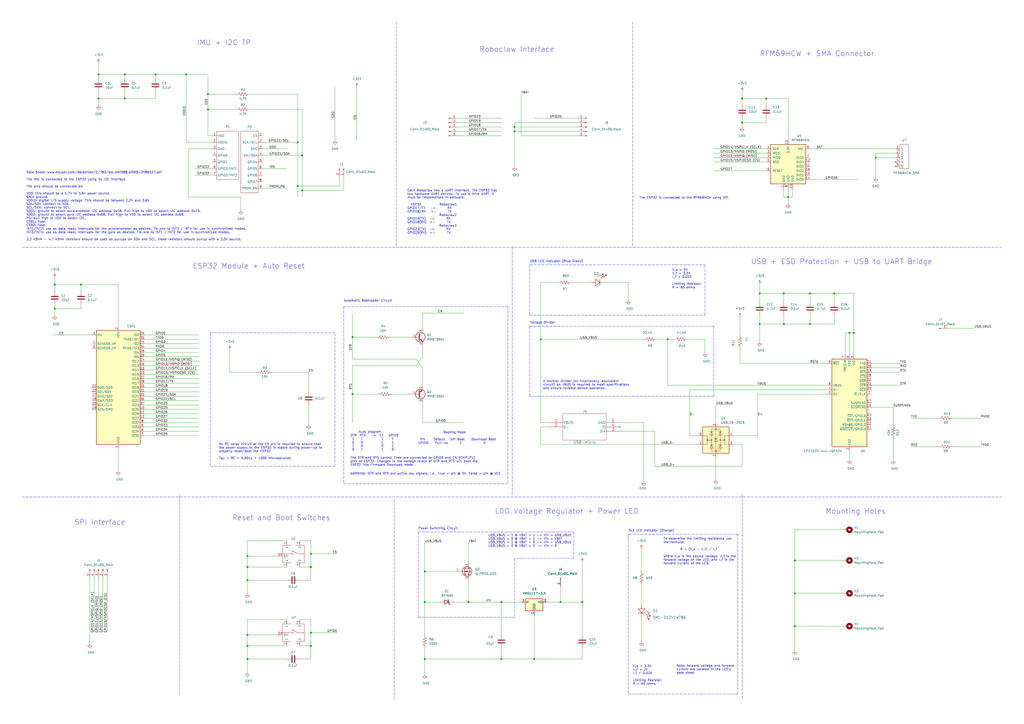
<source format=kicad_sch>
(kicad_sch (version 20211123) (generator eeschema)
  (paper "A2")
  (junction (at 31.75 179.07))
  (junction (at 204.47 195.58))
  (junction (at 180.34 321.31))
  (junction (at 298.45 76.2))
  (junction (at 495.3 193.04))
  (junction (at 175.26 90.17))
  (junction (at 172.72 107.95))
  (junction (at 90.17 43.18))
  (junction (at 440.69 170.18))
  (junction (at 430.53 57.15))
  (junction (at 143.51 374.65))
  (junction (at 46.99 165.1))
  (junction (at 313.69 196.85))
  (junction (at 57.15 57.15))
  (junction (at 72.39 43.18))
  (junction (at 469.9 187.96))
  (junction (at 454.66 170.18))
  (junction (at 444.5 57.15))
  (junction (at 31.75 165.1))
  (junction (at 57.15 43.18))
  (junction (at 180.34 328.93))
  (junction (at 143.51 328.93))
  (junction (at 120.65 63.5))
  (junction (at 180.34 374.65))
  (junction (at 107.95 43.18))
  (junction (at 271.78 349.25))
  (junction (at 246.38 382.27))
  (junction (at 457.2 114.3))
  (junction (at 143.51 336.55))
  (junction (at 469.9 170.18))
  (junction (at 120.65 54.61))
  (junction (at 461.01 325.12))
  (junction (at 172.72 82.55))
  (junction (at 72.39 57.15))
  (junction (at 454.66 187.96))
  (junction (at 309.88 382.27))
  (junction (at 246.38 349.25))
  (junction (at 143.51 322.58))
  (junction (at 204.47 228.6))
  (junction (at 461.01 344.17))
  (junction (at 325.12 349.25))
  (junction (at 387.35 196.85))
  (junction (at 492.76 193.04))
  (junction (at 337.82 349.25))
  (junction (at 290.83 349.25))
  (junction (at 290.83 382.27))
  (junction (at 440.69 187.96))
  (junction (at 143.51 368.3))
  (junction (at 508 91.44))
  (junction (at 175.26 110.49))
  (junction (at 143.51 382.27))
  (junction (at 246.38 331.47))
  (junction (at 461.01 363.22))
  (junction (at 298.45 73.66))
  (junction (at 483.87 170.18))
  (junction (at 180.34 367.03))
  (junction (at 430.53 71.12))
  (wire (pts (xy 245.11 213.36) (xy 245.11 223.52)))
  (wire (pts (xy 469.9 182.88) (xy 469.9 187.96)))
  (wire (pts (xy 372.11 318.77) (xy 372.11 331.47)))
  (wire (pts (xy 46.99 176.53) (xy 46.99 179.07)))
  (wire (pts (xy 302.26 78.74) (xy 335.28 78.74)))
  (wire (pts (xy 444.5 71.12) (xy 430.53 71.12)))
  (wire (pts (xy 152.4 82.55) (xy 172.72 82.55)))
  (wire (pts (xy 318.77 247.65) (xy 313.69 247.65)))
  (wire (pts (xy 372.11 339.09) (xy 372.11 349.25)))
  (polyline (pts (xy 298.45 323.85) (xy 298.45 358.14)))
  (wire (pts (xy 454.66 109.22) (xy 454.66 114.3)))
  (wire (pts (xy 488.95 363.22) (xy 461.01 363.22)))
  (wire (pts (xy 83.82 242.57) (xy 115.57 242.57)))
  (wire (pts (xy 199.39 110.49) (xy 175.26 110.49)))
  (wire (pts (xy 175.26 63.5) (xy 175.26 90.17)))
  (wire (pts (xy 83.82 196.85) (xy 115.57 196.85)))
  (wire (pts (xy 72.39 57.15) (xy 57.15 57.15)))
  (wire (pts (xy 180.34 321.31) (xy 180.34 328.93)))
  (wire (pts (xy 246.38 349.25) (xy 246.38 368.3)))
  (wire (pts (xy 144.78 54.61) (xy 172.72 54.61)))
  (wire (pts (xy 290.83 349.25) (xy 290.83 368.3)))
  (wire (pts (xy 255.27 349.25) (xy 246.38 349.25)))
  (polyline (pts (xy 121.92 270.51) (xy 194.31 270.51)))
  (wire (pts (xy 290.83 349.25) (xy 302.26 349.25)))
  (wire (pts (xy 31.75 165.1) (xy 46.99 165.1)))
  (wire (pts (xy 469.9 86.36) (xy 519.43 86.36)))
  (wire (pts (xy 62.23 335.28) (xy 62.23 367.03)))
  (wire (pts (xy 173.99 313.69) (xy 180.34 313.69)))
  (wire (pts (xy 505.46 210.82) (xy 521.97 210.82)))
  (wire (pts (xy 298.45 73.66) (xy 335.28 73.66)))
  (polyline (pts (xy 242.57 308.61) (xy 299.72 308.61)))
  (wire (pts (xy 337.82 326.39) (xy 337.82 349.25)))
  (wire (pts (xy 359.41 250.19) (xy 379.73 250.19)))
  (wire (pts (xy 46.99 179.07) (xy 31.75 179.07)))
  (wire (pts (xy 59.69 367.03) (xy 59.69 335.28)))
  (wire (pts (xy 400.05 252.73) (xy 400.05 226.06)))
  (wire (pts (xy 408.94 196.85) (xy 408.94 204.47)))
  (wire (pts (xy 107.95 43.18) (xy 90.17 43.18)))
  (wire (pts (xy 508 88.9) (xy 508 91.44)))
  (wire (pts (xy 83.82 245.11) (xy 115.57 245.11)))
  (polyline (pts (xy 12.7 288.29) (xy 581.66 288.29)))
  (polyline (pts (xy 332.74 323.85) (xy 298.45 323.85)))
  (wire (pts (xy 149.86 215.9) (xy 133.35 215.9)))
  (wire (pts (xy 31.75 179.07) (xy 31.75 182.88)))
  (wire (pts (xy 313.69 163.83) (xy 313.69 196.85)))
  (polyline (pts (xy 307.34 189.23) (xy 414.02 189.23)))
  (polyline (pts (xy 408.94 182.88) (xy 408.94 153.67)))
  (wire (pts (xy 83.82 217.17) (xy 115.57 217.17)))
  (wire (pts (xy 246.38 382.27) (xy 246.38 391.16)))
  (wire (pts (xy 90.17 43.18) (xy 72.39 43.18)))
  (wire (pts (xy 430.53 60.96) (xy 430.53 57.15)))
  (polyline (pts (xy 430.53 287.02) (xy 430.53 405.13)))
  (wire (pts (xy 528.32 242.57) (xy 544.83 242.57)))
  (polyline (pts (xy 229.87 12.7) (xy 229.87 143.51)))
  (wire (pts (xy 414.02 91.44) (xy 444.5 91.44)))
  (polyline (pts (xy 297.18 143.51) (xy 297.18 287.02)))
  (wire (pts (xy 457.2 57.15) (xy 457.2 81.28)))
  (polyline (pts (xy 298.45 358.14) (xy 297.18 358.14)))
  (wire (pts (xy 351.79 163.83) (xy 364.49 163.83)))
  (wire (pts (xy 461.01 363.22) (xy 461.01 377.19)))
  (wire (pts (xy 400.05 252.73) (xy 405.13 252.73)))
  (wire (pts (xy 440.69 175.26) (xy 440.69 170.18)))
  (wire (pts (xy 68.58 260.35) (xy 68.58 273.05)))
  (wire (pts (xy 298.45 73.66) (xy 298.45 76.2)))
  (wire (pts (xy 469.9 187.96) (xy 483.87 187.96)))
  (wire (pts (xy 152.4 109.22) (xy 166.37 109.22)))
  (wire (pts (xy 372.11 359.41) (xy 372.11 372.11)))
  (wire (pts (xy 271.78 336.55) (xy 271.78 349.25)))
  (wire (pts (xy 204.47 212.09) (xy 204.47 228.6)))
  (wire (pts (xy 57.15 36.83) (xy 57.15 43.18)))
  (wire (pts (xy 166.37 359.41) (xy 143.51 359.41)))
  (wire (pts (xy 83.82 204.47) (xy 115.57 204.47)))
  (wire (pts (xy 387.35 196.85) (xy 391.16 196.85)))
  (wire (pts (xy 107.95 82.55) (xy 123.19 82.55)))
  (wire (pts (xy 90.17 53.34) (xy 90.17 57.15)))
  (wire (pts (xy 313.69 163.83) (xy 323.85 163.83)))
  (wire (pts (xy 483.87 182.88) (xy 483.87 187.96)))
  (wire (pts (xy 440.69 182.88) (xy 440.69 187.96)))
  (wire (pts (xy 180.34 313.69) (xy 180.34 321.31)))
  (wire (pts (xy 83.82 252.73) (xy 115.57 252.73)))
  (wire (pts (xy 414.02 99.06) (xy 444.5 99.06)))
  (wire (pts (xy 400.05 226.06) (xy 480.06 226.06)))
  (wire (pts (xy 415.29 265.43) (xy 415.29 278.13)))
  (wire (pts (xy 109.22 86.36) (xy 123.19 86.36)))
  (wire (pts (xy 83.82 240.03) (xy 115.57 240.03)))
  (wire (pts (xy 83.82 194.31) (xy 115.57 194.31)))
  (wire (pts (xy 264.16 331.47) (xy 246.38 331.47)))
  (wire (pts (xy 457.2 114.3) (xy 457.2 118.11)))
  (wire (pts (xy 265.43 68.58) (xy 290.83 68.58)))
  (wire (pts (xy 444.5 57.15) (xy 444.5 60.96)))
  (wire (pts (xy 152.4 97.79) (xy 166.37 97.79)))
  (wire (pts (xy 46.99 165.1) (xy 46.99 168.91)))
  (wire (pts (xy 199.39 102.87) (xy 199.39 110.49)))
  (wire (pts (xy 143.51 328.93) (xy 143.51 336.55)))
  (polyline (pts (xy 427.99 309.88) (xy 364.49 309.88)))
  (polyline (pts (xy 242.57 308.61) (xy 242.57 358.14)))
  (wire (pts (xy 245.11 233.68) (xy 245.11 245.11)))
  (wire (pts (xy 109.22 114.3) (xy 139.7 114.3)))
  (wire (pts (xy 245.11 245.11) (xy 269.24 245.11)))
  (wire (pts (xy 495.3 193.04) (xy 495.3 170.18)))
  (wire (pts (xy 172.72 82.55) (xy 172.72 107.95)))
  (wire (pts (xy 173.99 374.65) (xy 180.34 374.65)))
  (wire (pts (xy 461.01 307.34) (xy 488.95 307.34)))
  (wire (pts (xy 492.76 261.62) (xy 492.76 266.7)))
  (wire (pts (xy 492.76 193.04) (xy 495.3 193.04)))
  (polyline (pts (xy 199.39 177.8) (xy 294.64 177.8)))
  (wire (pts (xy 166.37 336.55) (xy 143.51 336.55)))
  (wire (pts (xy 166.37 313.69) (xy 143.51 313.69)))
  (wire (pts (xy 144.78 63.5) (xy 175.26 63.5)))
  (wire (pts (xy 429.26 210.82) (xy 429.26 201.93)))
  (wire (pts (xy 373.38 245.11) (xy 359.41 245.11)))
  (polyline (pts (xy 121.92 193.04) (xy 194.31 193.04)))
  (wire (pts (xy 31.75 161.29) (xy 31.75 165.1)))
  (wire (pts (xy 488.95 344.17) (xy 461.01 344.17)))
  (wire (pts (xy 83.82 219.71) (xy 115.57 219.71)))
  (wire (pts (xy 31.75 176.53) (xy 31.75 179.07)))
  (wire (pts (xy 457.2 57.15) (xy 444.5 57.15)))
  (wire (pts (xy 173.99 382.27) (xy 180.34 382.27)))
  (wire (pts (xy 440.69 187.96) (xy 454.66 187.96)))
  (wire (pts (xy 72.39 45.72) (xy 72.39 43.18)))
  (wire (pts (xy 227.33 228.6) (xy 237.49 228.6)))
  (wire (pts (xy 490.22 205.74) (xy 490.22 193.04)))
  (wire (pts (xy 298.45 71.12) (xy 335.28 71.12)))
  (wire (pts (xy 107.95 43.18) (xy 107.95 82.55)))
  (wire (pts (xy 143.51 368.3) (xy 161.29 368.3)))
  (wire (pts (xy 180.34 321.31) (xy 195.58 321.31)))
  (wire (pts (xy 139.7 121.92) (xy 139.7 114.3)))
  (wire (pts (xy 313.69 257.81) (xy 313.69 247.65)))
  (wire (pts (xy 518.16 246.38) (xy 518.16 236.22)))
  (wire (pts (xy 373.38 279.4) (xy 373.38 245.11)))
  (polyline (pts (xy 414.02 229.87) (xy 307.34 229.87)))
  (wire (pts (xy 152.4 86.36) (xy 166.37 86.36)))
  (wire (pts (xy 457.2 109.22) (xy 457.2 114.3)))
  (polyline (pts (xy 414.02 189.23) (xy 414.02 229.87)))
  (wire (pts (xy 83.82 234.95) (xy 115.57 234.95)))
  (wire (pts (xy 429.26 184.15) (xy 429.26 194.31)))
  (wire (pts (xy 143.51 336.55) (xy 143.51 344.17)))
  (polyline (pts (xy 199.39 177.8) (xy 199.39 280.67)))
  (wire (pts (xy 152.4 90.17) (xy 175.26 90.17)))
  (wire (pts (xy 440.69 170.18) (xy 454.66 170.18)))
  (wire (pts (xy 83.82 237.49) (xy 115.57 237.49)))
  (wire (pts (xy 469.9 104.14) (xy 497.84 104.14)))
  (wire (pts (xy 271.78 314.96) (xy 271.78 326.39)))
  (wire (pts (xy 335.28 76.2) (xy 298.45 76.2)))
  (wire (pts (xy 318.77 245.11) (xy 313.69 245.11)))
  (wire (pts (xy 265.43 71.12) (xy 290.83 71.12)))
  (wire (pts (xy 120.65 43.18) (xy 120.65 54.61)))
  (wire (pts (xy 549.91 190.5) (xy 565.15 190.5)))
  (wire (pts (xy 246.38 314.96) (xy 246.38 331.47)))
  (polyline (pts (xy 332.74 308.61) (xy 332.74 323.85)))
  (wire (pts (xy 68.58 189.23) (xy 68.58 165.1)))
  (wire (pts (xy 495.3 205.74) (xy 495.3 193.04)))
  (wire (pts (xy 180.34 359.41) (xy 180.34 367.03)))
  (wire (pts (xy 72.39 43.18) (xy 57.15 43.18)))
  (wire (pts (xy 290.83 375.92) (xy 290.83 382.27)))
  (polyline (pts (xy 367.03 12.7) (xy 367.03 143.51)))
  (wire (pts (xy 68.58 165.1) (xy 46.99 165.1)))
  (wire (pts (xy 83.82 227.33) (xy 115.57 227.33)))
  (wire (pts (xy 204.47 228.6) (xy 219.71 228.6)))
  (wire (pts (xy 430.53 71.12) (xy 430.53 73.66)))
  (polyline (pts (xy 194.31 270.51) (xy 194.31 193.04)))
  (wire (pts (xy 398.78 196.85) (xy 408.94 196.85)))
  (wire (pts (xy 459.74 114.3) (xy 457.2 114.3)))
  (wire (pts (xy 57.15 57.15) (xy 57.15 60.96)))
  (wire (pts (xy 137.16 63.5) (xy 120.65 63.5)))
  (wire (pts (xy 298.45 71.12) (xy 298.45 73.66)))
  (wire (pts (xy 461.01 325.12) (xy 461.01 344.17)))
  (wire (pts (xy 143.51 313.69) (xy 143.51 322.58)))
  (polyline (pts (xy 242.57 358.14) (xy 297.18 358.14)))
  (wire (pts (xy 54.61 335.28) (xy 54.61 367.03)))
  (wire (pts (xy 241.3 212.09) (xy 245.11 207.01)))
  (wire (pts (xy 439.42 228.6) (xy 439.42 252.73)))
  (wire (pts (xy 143.51 322.58) (xy 143.51 328.93)))
  (wire (pts (xy 143.51 368.3) (xy 143.51 374.65)))
  (wire (pts (xy 302.26 54.61) (xy 302.26 78.74)))
  (polyline (pts (xy 104.14 287.02) (xy 104.14 403.86)))
  (wire (pts (xy 317.5 349.25) (xy 325.12 349.25)))
  (wire (pts (xy 226.06 195.58) (xy 237.49 195.58)))
  (wire (pts (xy 492.76 205.74) (xy 492.76 193.04)))
  (wire (pts (xy 313.69 196.85) (xy 373.38 196.85)))
  (wire (pts (xy 143.51 382.27) (xy 143.51 389.89)))
  (wire (pts (xy 245.11 181.61) (xy 245.11 190.5)))
  (wire (pts (xy 469.9 170.18) (xy 483.87 170.18)))
  (wire (pts (xy 454.66 114.3) (xy 457.2 114.3)))
  (wire (pts (xy 528.32 259.08) (xy 544.83 259.08)))
  (wire (pts (xy 430.53 57.15) (xy 444.5 57.15)))
  (polyline (pts (xy 299.72 308.61) (xy 332.74 308.61)))
  (wire (pts (xy 31.75 168.91) (xy 31.75 165.1)))
  (wire (pts (xy 439.42 228.6) (xy 480.06 228.6)))
  (wire (pts (xy 490.22 193.04) (xy 492.76 193.04)))
  (wire (pts (xy 173.99 336.55) (xy 180.34 336.55)))
  (wire (pts (xy 241.3 208.28) (xy 245.11 213.36)))
  (wire (pts (xy 83.82 250.19) (xy 115.57 250.19)))
  (wire (pts (xy 166.37 382.27) (xy 143.51 382.27)))
  (wire (pts (xy 83.82 222.25) (xy 115.57 222.25)))
  (wire (pts (xy 204.47 208.28) (xy 241.3 208.28)))
  (wire (pts (xy 414.02 86.36) (xy 444.5 86.36)))
  (wire (pts (xy 57.15 43.18) (xy 57.15 45.72)))
  (wire (pts (xy 459.74 109.22) (xy 459.74 114.3)))
  (wire (pts (xy 143.51 359.41) (xy 143.51 368.3)))
  (wire (pts (xy 430.53 53.34) (xy 430.53 57.15)))
  (wire (pts (xy 83.82 247.65) (xy 115.57 247.65)))
  (wire (pts (xy 180.34 374.65) (xy 180.34 382.27)))
  (wire (pts (xy 552.45 242.57) (xy 568.96 242.57)))
  (wire (pts (xy 241.3 212.09) (xy 204.47 212.09)))
  (wire (pts (xy 133.35 203.2) (xy 133.35 215.9)))
  (wire (pts (xy 180.34 367.03) (xy 195.58 367.03)))
  (wire (pts (xy 309.88 68.58) (xy 335.28 68.58)))
  (wire (pts (xy 157.48 215.9) (xy 179.07 215.9)))
  (wire (pts (xy 387.35 223.52) (xy 387.35 196.85)))
  (wire (pts (xy 265.43 76.2) (xy 290.83 76.2)))
  (wire (pts (xy 83.82 214.63) (xy 115.57 214.63)))
  (wire (pts (xy 519.43 91.44) (xy 508 91.44)))
  (wire (pts (xy 454.66 175.26) (xy 454.66 170.18)))
  (wire (pts (xy 57.15 367.03) (xy 57.15 335.28)))
  (wire (pts (xy 83.82 229.87) (xy 115.57 229.87)))
  (wire (pts (xy 325.12 349.25) (xy 337.82 349.25)))
  (polyline (pts (xy 294.64 280.67) (xy 199.39 280.67)))
  (wire (pts (xy 246.38 331.47) (xy 246.38 349.25)))
  (wire (pts (xy 414.02 93.98) (xy 444.5 93.98)))
  (wire (pts (xy 120.65 78.74) (xy 123.19 78.74)))
  (wire (pts (xy 364.49 163.83) (xy 364.49 173.99)))
  (wire (pts (xy 518.16 236.22) (xy 505.46 236.22)))
  (wire (pts (xy 246.38 375.92) (xy 246.38 382.27)))
  (wire (pts (xy 90.17 45.72) (xy 90.17 43.18)))
  (wire (pts (xy 483.87 175.26) (xy 483.87 170.18)))
  (polyline (pts (xy 364.49 311.15) (xy 364.49 402.59)))
  (wire (pts (xy 518.16 254) (xy 518.16 266.7)))
  (wire (pts (xy 309.88 382.27) (xy 337.82 382.27)))
  (wire (pts (xy 90.17 57.15) (xy 72.39 57.15)))
  (wire (pts (xy 143.51 374.65) (xy 143.51 382.27)))
  (polyline (pts (xy 307.34 182.88) (xy 408.94 182.88)))
  (wire (pts (xy 430.53 68.58) (xy 430.53 71.12)))
  (wire (pts (xy 461.01 307.34) (xy 461.01 325.12)))
  (wire (pts (xy 57.15 53.34) (xy 57.15 57.15)))
  (wire (pts (xy 173.99 359.41) (xy 180.34 359.41)))
  (wire (pts (xy 196.85 102.87) (xy 196.85 107.95)))
  (wire (pts (xy 179.07 234.95) (xy 179.07 246.38)))
  (wire (pts (xy 166.37 374.65) (xy 143.51 374.65)))
  (wire (pts (xy 480.06 223.52) (xy 387.35 223.52)))
  (wire (pts (xy 337.82 382.27) (xy 337.82 375.92)))
  (wire (pts (xy 245.11 200.66) (xy 245.11 207.01)))
  (wire (pts (xy 265.43 73.66) (xy 290.83 73.66)))
  (wire (pts (xy 83.82 207.01) (xy 115.57 207.01)))
  (wire (pts (xy 194.31 50.8) (xy 194.31 81.28)))
  (wire (pts (xy 196.85 107.95) (xy 172.72 107.95)))
  (wire (pts (xy 120.65 43.18) (xy 107.95 43.18)))
  (wire (pts (xy 488.95 325.12) (xy 461.01 325.12)))
  (wire (pts (xy 179.07 215.9) (xy 179.07 227.33)))
  (wire (pts (xy 83.82 232.41) (xy 115.57 232.41)))
  (polyline (pts (xy 307.34 153.67) (xy 408.94 153.67)))
  (wire (pts (xy 83.82 199.39) (xy 115.57 199.39)))
  (wire (pts (xy 325.12 340.36) (xy 325.12 349.25)))
  (polyline (pts (xy 121.92 193.04) (xy 121.92 270.51)))
  (wire (pts (xy 204.47 181.61) (xy 204.47 195.58)))
  (wire (pts (xy 505.46 215.9) (xy 521.97 215.9)))
  (wire (pts (xy 519.43 88.9) (xy 508 88.9)))
  (wire (pts (xy 113.03 97.79) (xy 123.19 97.79)))
  (wire (pts (xy 120.65 54.61) (xy 120.65 63.5)))
  (wire (pts (xy 405.13 257.81) (xy 313.69 257.81)))
  (wire (pts (xy 175.26 90.17) (xy 175.26 110.49)))
  (wire (pts (xy 440.69 198.12) (xy 440.69 187.96)))
  (polyline (pts (xy 307.34 189.23) (xy 307.34 229.87)))
  (wire (pts (xy 415.29 245.11) (xy 415.29 234.95)))
  (wire (pts (xy 204.47 195.58) (xy 218.44 195.58)))
  (wire (pts (xy 265.43 78.74) (xy 290.83 78.74)))
  (wire (pts (xy 72.39 53.34) (xy 72.39 57.15)))
  (wire (pts (xy 83.82 201.93) (xy 115.57 201.93)))
  (wire (pts (xy 120.65 63.5) (xy 120.65 78.74)))
  (wire (pts (xy 137.16 54.61) (xy 120.65 54.61)))
  (wire (pts (xy 83.82 209.55) (xy 115.57 209.55)))
  (wire (pts (xy 331.47 163.83) (xy 341.63 163.83)))
  (wire (pts (xy 379.73 270.51) (xy 430.53 270.51)))
  (polyline (pts (xy 294.64 177.8) (xy 294.64 280.67)))
  (wire (pts (xy 505.46 223.52) (xy 521.97 223.52)))
  (wire (pts (xy 508 91.44) (xy 508 102.87)))
  (wire (pts (xy 245.11 181.61) (xy 269.24 181.61)))
  (polyline (pts (xy 228.6 289.56) (xy 228.6 406.4)))
  (wire (pts (xy 495.3 170.18) (xy 483.87 170.18)))
  (wire (pts (xy 271.78 349.25) (xy 290.83 349.25)))
  (wire (pts (xy 454.66 170.18) (xy 469.9 170.18)))
  (wire (pts (xy 109.22 86.36) (xy 109.22 114.3)))
  (polyline (pts (xy 364.49 402.59) (xy 427.99 402.59)))
  (wire (pts (xy 143.51 322.58) (xy 161.29 322.58)))
  (wire (pts (xy 290.83 382.27) (xy 246.38 382.27)))
  (wire (pts (xy 173.99 328.93) (xy 180.34 328.93)))
  (wire (pts (xy 180.34 367.03) (xy 180.34 374.65)))
  (wire (pts (xy 454.66 187.96) (xy 469.9 187.96)))
  (wire (pts (xy 30.48 194.31) (xy 53.34 194.31)))
  (wire (pts (xy 172.72 107.95) (xy 172.72 114.3)))
  (wire (pts (xy 313.69 196.85) (xy 313.69 245.11)))
  (wire (pts (xy 262.89 349.25) (xy 271.78 349.25)))
  (wire (pts (xy 83.82 224.79) (xy 115.57 224.79)))
  (wire (pts (xy 175.26 110.49) (xy 175.26 114.3)))
  (wire (pts (xy 469.9 175.26) (xy 469.9 170.18)))
  (wire (pts (xy 204.47 195.58) (xy 204.47 208.28)))
  (wire (pts (xy 414.02 88.9) (xy 444.5 88.9)))
  (wire (pts (xy 461.01 344.17) (xy 461.01 363.22)))
  (wire (pts (xy 290.83 382.27) (xy 309.88 382.27)))
  (wire (pts (xy 430.53 270.51) (xy 430.53 257.81)))
  (wire (pts (xy 83.82 212.09) (xy 115.57 212.09)))
  (wire (pts (xy 337.82 349.25) (xy 337.82 368.3)))
  (wire (pts (xy 113.03 101.6) (xy 123.19 101.6)))
  (wire (pts (xy 430.53 257.81) (xy 425.45 257.81)))
  (wire (pts (xy 552.45 259.08) (xy 568.96 259.08)))
  (polyline (pts (xy 307.34 153.67) (xy 307.34 182.88)))
  (wire (pts (xy 166.37 328.93) (xy 143.51 328.93)))
  (wire (pts (xy 425.45 252.73) (xy 439.42 252.73)))
  (wire (pts (xy 207.01 50.8) (xy 207.01 81.28)))
  (polyline (pts (xy 364.49 309.88) (xy 364.49 311.15)))
  (wire (pts (xy 172.72 54.61) (xy 172.72 82.55)))
  (wire (pts (xy 444.5 68.58) (xy 444.5 71.12)))
  (wire (pts (xy 204.47 228.6) (xy 204.47 245.11)))
  (wire (pts (xy 480.06 210.82) (xy 429.26 210.82)))
  (wire (pts (xy 505.46 213.36) (xy 521.97 213.36)))
  (polyline (pts (xy 427.99 402.59) (xy 427.99 309.88)))
  (wire (pts (xy 52.07 335.28) (xy 52.07 373.38)))
  (wire (pts (xy 309.88 356.87) (xy 309.88 382.27)))
  (wire (pts (xy 440.69 165.1) (xy 440.69 170.18)))
  (wire (pts (xy 381 196.85) (xy 387.35 196.85)))
  (wire (pts (xy 379.73 250.19) (xy 379.73 270.51)))
  (wire (pts (xy 180.34 328.93) (xy 180.34 336.55)))
  (wire (pts (xy 454.66 182.88) (xy 454.66 187.96)))
  (wire (pts (xy 298.45 76.2) (xy 298.45 96.52)))
  (polyline (pts (xy 12.7 143.51) (xy 581.66 143.51)))
  (text "SPI Interface" (at 43.18 304.8 0) (effects (font (size 3 3)) (justify left bottom)))
  (text "3v3 LED Indicator (Orange)" (at 364.49 308.61 0) (effects (font (size 1.27 1.27)) (justify left bottom)))
  (text "Each Roboclaw has a UART interface. The ESP32 has \ntwo hardware UART devices. To use a third UART, it \nmust be implemented in software. \n\n  ESP32           Roboclaw1\nGPIO17/TX   ->       RX\nGPIO18/RX   <-       TX\n                   Roboclaw2\nGPIO19(TX)  ->       RX\nGPIO18(RX)  <-       TX\n                   Roboclaw3\nGPIO23(TX)  ->       RX\nGPIO25(RX)  <-       TX" (at 236.22 135.89 0) (effects (font (size 1.27 1.27)) (justify left bottom)))
  (text "Note: forward voltage and forward \ncurrent are located in the LED's \ndata sheet" (at 392.43 391.16 0) (effects (font (size 1.27 1.27)) (justify left bottom)))
  (text "An RC delay circuit at the EN pin is required to ensure that \nthe power supply to the ESP32 is stable during power-up to\nproperly reset/boot the ESP32\n\nTau = RC = 0.001s = 1000 microseconds" (at 127 266.7 0) (effects (font (size 1.27 1.27)) (justify left bottom)))
  (text "The ESP32 is connected to the RFM69HCW using SPI" (at 370.84 115.57 0) (effects (font (size 1.27 1.27)) (justify left bottom)))
  (text "Power Switching Circuit" (at 242.57 307.34 0) (effects (font (size 1.27 1.27)) (justify left bottom)))
  (text "A resistor divider (or functionally-equivalent \ncircuit) on VBUS is required to meet specifications \nand ensure reliable device operation." (at 314.96 226.06 0) (effects (font (size 1.27 1.27)) (justify left bottom)))
  (text "Mounting Holes" (at 478.79 298.45 0) (effects (font (size 3 3)) (justify left bottom)))
  (text "IMU + I2C TP" (at 114.3 26.67 0) (effects (font (size 3 3)) (justify left bottom)))
  (text "WARNING: DTR and RTS are active low signals, i.e., True = pin @ 0V, False = pin @ VCC" (at 203.2 275.59 0) (effects (font (size 1.27 1.27)) (justify left bottom)))
  (text "USB + ESD Protection + USB to UART Bridge" (at 435.61 153.67 0) (effects (font (size 3 3)) (justify left bottom)))
  (text "USB_VBUS = 1 & VBAT = 1 -> Vin = USB_VBUS\nUSB_VBUS = 0 & VBAT = 1 -> Vin = VBAT\nUSB_VBUS = 1 & VBAT = 0 -> Vin = USB_VBUS\nUSB_VBUS = 0 & VBAT = 0 -> Vin = 0" (at 283.21 317.5 0) (effects (font (size 1.27 1.27)) (justify left bottom)))
  (text "The DTR and RTS control lines are connected to GPIO0 and EN (CHIP_PU) \npins of ESP32. Changes in the voltage levels of DTR and RTS will boot the \nESP32 into Firmware Download mode." (at 203.2 270.51 0) (effects (font (size 1.27 1.27)) (justify left bottom)))
  (text "RFM69HCW + SMA Connector" (at 440.69 33.02 0) (effects (font (size 3 3)) (justify left bottom)))
  (text "LDO Voltage Regulator + Power LED" (at 287.02 298.45 0) (effects (font (size 3 3)) (justify left bottom)))
  (text "V_s = 5V\nV_f = 3.3V\nI_f = 0.02A\n\nLimiting Resistor:\nR = 85 ohms" (at 389.89 167.64 0) (effects (font (size 1.27 1.27)) (justify left bottom)))
  (text "To determine the limiting resistance use\nthe formula:\n\n          R = (V_s - V_f) / I_f\n\nwhere V_s is the source voltage, V_f is the \nforward voltage of the LED, and I_f is the\nforward current of the LED." (at 384.81 327.66 0) (effects (font (size 1.27 1.27)) (justify left bottom)))
  (text "               Booting Mode\n\n Pin     Default   SPI Boot    Download Boot\nGPIO0    Pull-up       1             0" (at 242.57 257.81 0) (effects (font (size 1.27 1.27)) (justify left bottom)))
  (text "     Auto program\nDTR  RTS   ->  En   GPIO0\n 1    1           1     1\n 0    0           1     1\n 1    0           0     1\n 0    1           1     0" (at 203.2 261.62 0) (effects (font (size 1.27 1.27)) (justify left bottom)))
  (text "Automatic Bootloader Circuit" (at 199.39 175.26 0) (effects (font (size 1.27 1.27)) (justify left bottom)))
  (text "Roboclaw Interface" (at 278.13 30.48 0) (effects (font (size 3 3)) (justify left bottom)))
  (text "Voltage Divider" (at 307.34 187.96 0) (effects (font (size 1.27 1.27)) (justify left bottom)))
  (text "ESP32 Module + Auto Reset" (at 111.76 156.21 0) (effects (font (size 3 3)) (justify left bottom)))
  (text "Reset and Boot Switches" (at 134.62 302.26 0) (effects (font (size 3 3)) (justify left bottom)))
  (text "USB LED Indicator (Blue Green)" (at 307.34 152.4 0) (effects (font (size 1.27 1.27)) (justify left bottom)))
  (text "V_s = 3.3V\nV_f = 2V\nI_f = 0.02A\n\nLimiting Resistor:\nR = 65 ohms" (at 367.03 397.51 0) (effects (font (size 1.27 1.27)) (justify left bottom)))
  (text "Data Sheet: www.mouser.com/datasheet/2/783/bst_bmi088_sf000-2486527.pdf\n\nThe IMU is connected to the ESP32 using its I2C interface\n\nThe pins should be connected as:\n\nVDD: this should be a 1.7V to 3.6V power source.\nGND: ground.\nVDDIO: digital I/O supply voltage. This should be between 1.2V and 3.6V.\nSDA/SDI: connect to SDA.\nSCL/SCK: connect to SCL.\nSDO1: ground to select accelerometer I2C address 0x18. Pull high to VDD to select I2C address 0x19.\nSDO2: ground to select gyro I2C address 0x68. Pull high to VDD to select I2C address 0x69.\nPS: pull high to VDD to select I2C.\nCSB1: float\nCSB2: float\nINT1/INT2: use as data ready interrupts for the accelerometer as desired. Tie one to INT3 / INT4 for use in synchronized modes.\nINT3/INT4: use as data ready interrupts for the gyro as desired. Tie one to INT1 / INT2 for use in synchronized modes.\n\n2.2 kOhm - 4.7 kOhm resistors should be used as pullups on SDA and SCL, these resistors should pullup with a 3.3V source." (at 15.24 139.7 0) (effects (font (size 1.27 1.27)) (justify left bottom)))
  (label "GPIO15{slash}HSPIOCS0 (CS)" (at 417.83 93.98 0))
  (label "TXD0" (at 90.17 196.85 0))
  (label "VDD" (at 120.65 60.96 90))
  (label "GPIO34" (at 90.17 250.19 0))
  (label "IO5" (at 156.21 97.79 0))
  (label "GPIO26" (at 478.79 104.14 0))
  (label "EN" (at 34.29 194.31 0))
  (label "IO5" (at 207.01 69.85 90))
  (label "GPIO15{slash}HSPIOCS0 (CS)" (at 62.23 367.03 90))
  (label "USB_VBUS" (at 246.38 314.96 0))
  (label "GPIO21{slash}SDA" (at 90.17 229.87 0))
  (label "GPIO19" (at 90.17 227.33 0))
  (label "GPIO12{slash}HSPIQ (MISO)" (at 57.15 367.03 90))
  (label "GPIO4" (at 90.17 204.47 0))
  (label "GPIO32" (at 90.17 245.11 0))
  (label "GPIO14{slash}HSPICLK (SCLK)" (at 90.17 214.63 0))
  (label "GPIO12{slash}HSPIQ (MISO)" (at 90.17 209.55 0))
  (label "VBUS" (at 439.42 223.52 0))
  (label "GPIO35" (at 90.17 252.73 0))
  (label "USB_D-" (at 383.54 257.81 0))
  (label "GPIO0" (at 90.17 194.31 0))
  (label "SDO" (at 156.21 86.36 0))
  (label "GPIO19" (at 271.78 71.12 0))
  (label "GPIO27" (at 90.17 242.57 0))
  (label "GPIO25" (at 90.17 237.49 0))
  (label "GPIO26" (at 90.17 240.03 0))
  (label "SDO" (at 194.31 68.58 90))
  (label "USB_D+" (at 383.54 270.51 0))
  (label "PROM_RW" (at 156.21 109.22 0))
  (label "RTS" (at 521.97 215.9 0))
  (label "GPIO2" (at 90.17 199.39 0))
  (label "GPIO0" (at 252.73 245.11 0))
  (label "GPIO14{slash}HSPICLK (SCLK)" (at 417.83 86.36 0))
  (label "TXD0" (at 568.96 259.08 0))
  (label "GPIO13{slash}HSPID (MOSI)" (at 417.83 88.9 0))
  (label "GPIO22{slash}SCL" (at 167.64 82.55 180))
  (label "GPIO0" (at 195.58 367.03 180))
  (label "GPIO17{slash}TX" (at 90.17 222.25 0))
  (label "GPIO32" (at 114.3 101.6 0))
  (label "GPIO22{slash}SCL" (at 90.17 232.41 0))
  (label "GPIO21{slash}SDA" (at 156.21 90.17 0))
  (label "GPIO33" (at 90.17 247.65 0))
  (label "GPIO33" (at 114.3 97.79 0))
  (label "VBAT" (at 271.78 314.96 0))
  (label "RSTb" (at 469.9 210.82 0))
  (label "EN" (at 254 181.61 0))
  (label "GPIO25" (at 318.77 68.58 0))
  (label "VBAT" (at 302.26 54.61 0))
  (label "RXD0" (at 90.17 201.93 0))
  (label "RXD" (at 528.32 259.08 0))
  (label "GPIO23" (at 271.78 68.58 0))
  (label "GPIO23" (at 90.17 234.95 0))
  (label "GPIO18" (at 271.78 73.66 0))
  (label "EN" (at 195.58 321.31 180))
  (label "DTR" (at 521.97 223.52 0))
  (label "D+" (at 439.42 241.3 0))
  (label "RTS" (at 204.47 226.06 90))
  (label "GPIO15{slash}HSPIOCS0 (CS)" (at 90.17 217.17 0))
  (label "TXD" (at 521.97 210.82 0))
  (label "USB_VBUS" (at 565.15 190.5 0))
  (label "D-" (at 400.05 241.3 0))
  (label "GPIO13{slash}HSPID (MOSI)" (at 90.17 212.09 0))
  (label "GPIO16{slash}RX" (at 271.78 78.74 0))
  (label "GPIO17{slash}TX" (at 271.78 76.2 0))
  (label "DTR" (at 204.47 203.2 90))
  (label "ANT" (at 473.71 86.36 0))
  (label "GPIO12{slash}HSPIQ (MISO)" (at 417.83 91.44 0))
  (label "GPIO5" (at 90.17 207.01 0))
  (label "USB_VBUS" (at 415.29 234.95 0))
  (label "USB_VBUS" (at 336.55 196.85 0))
  (label "RXD" (at 521.97 213.36 0))
  (label "Vin" (at 281.94 349.25 0))
  (label "GPIO18" (at 90.17 224.79 0))
  (label "VDDIO" (at 107.95 67.31 90))
  (label "EN" (at 179.07 215.9 0))
  (label "GPIO27" (at 417.83 99.06 0))
  (label "GPIO14{slash}HSPICLK (SCLK)" (at 54.61 367.03 90))
  (label "SUSPENDb" (at 518.16 236.22 0))
  (label "GPIO16{slash}RX" (at 90.17 219.71 0))
  (label "RXD0" (at 568.96 242.57 0))
  (label "TXD" (at 528.32 242.57 0))
  (label "GPIO13{slash}HSPID (MOSI)" (at 59.69 367.03 90))
  (symbol (lib_id "Device:Q_PMOS_GDS") (at 269.24 331.47 0) (unit 1)
    (property "Reference" "Q3" (at 275.59 330.1999 0) (effects (justify left)))
    (property "Value" "Q_PMOS_GDS" (at 275.59 332.7399 0) (effects (justify left)))
    (property "Footprint" "Package_TO_SOT_SMD:SOT-23" (effects hide))
  )
  (symbol (lib_id "rover_symbol_library:USB-micro") (at 337.82 246.38 0) (unit 1)
    (property "Reference" "J5" (at 339.09 238.76 0) (effects (font (size 1.524 1.524))))
    (property "Value" "USB-micro" (at 339.09 256.54 0) (effects (font (size 1.524 1.524))))
    (property "Footprint" "Connector_USB:USB_Micro-B_Molex_47346-0001" (effects hide))
  )
  (symbol (lib_id "power:GND") (at 52.07 373.38 0) (unit 1)
    (property "Reference" "#PWR03" (effects hide))
    (property "Value" "GND" (at 50.8 378.46 0) (effects (justify left)))
  )
  (symbol (lib_id "rover_symbol_library:SML-D12V1WT86") (at 372.11 349.25 270) (unit 1)
    (property "Reference" "D3" (at 378.46 354.33 90) (effects (font (size 1.524 1.524)) (justify left)))
    (property "Value" "SML-D12V1WT86" (at 378.46 358.14 90) (effects (font (size 1.524 1.524)) (justify left)))
    (property "Footprint" "LED_SMD:LED_0603_1608Metric_Pad1.05x0.95mm_HandSolder" (effects hide))
  )
  (symbol (lib_id "Power_Protection:USBLC6-2SC6") (at 415.29 255.27 0) (unit 1)
    (property "Reference" "U4" (at 418.0587 242.57 0) (effects (justify left)))
    (property "Value" "USBLC6-2SC6" (at 418.0587 245.11 0) (effects (justify left)))
    (property "Footprint" "Package_TO_SOT_SMD:SOT-23-6" (effects hide))
    (property "Datasheet" "https://www.st.com/resource/en/datasheet/usblc6-2.pdf" (effects hide))
  )
  (symbol (lib_id "Mechanical:MountingHole_Pad") (at 491.49 307.34 270) (unit 1)
    (property "Reference" "H1" (at 495.3 306.0699 90) (effects (justify left)))
    (property "Value" "MountingHole_Pad" (at 495.3 308.6099 90) (effects (justify left)))
    (property "Footprint" "MountingHole:MountingHole_4.3mm_M4_Pad_Via" (effects hide))
  )
  (symbol (lib_id "power:GND") (at 143.51 389.89 0) (unit 1)
    (property "Reference" "#PWR010" (effects hide))
    (property "Value" "GND" (at 142.24 394.97 0) (effects (justify left)))
  )
  (symbol (lib_id "RF_Module:RFM69HCW") (at 457.2 93.98 0) (unit 1)
    (property "Reference" "U5" (at 462.28 78.74 0) (effects (justify left)))
    (property "Value" "RFM69HCW" (at 459.2194 81.28 0) (effects (justify left)))
    (property "Footprint" "rover_controller:RFM69HCW" (effects hide))
    (property "Datasheet" "https://www.hoperf.com/data/upload/portal/20181127/5bfcb8284d838.pdf" (effects hide))
  )
  (symbol (lib_id "Device:R_US") (at 327.66 163.83 90) (unit 1)
    (property "Reference" "R7" (at 328.93 167.64 90) (effects (justify left)))
    (property "Value" "85R" (at 330.2 160.02 90) (effects (justify left)))
    (property "Footprint" "Resistor_SMD:R_0603_1608Metric_Pad0.98x0.95mm_HandSolder" (effects hide))
  )
  (symbol (lib_id "power:GND") (at 415.29 278.13 0) (unit 1)
    (property "Reference" "#PWR023" (effects hide))
    (property "Value" "GND" (at 414.02 283.21 0) (effects (justify left)))
  )
  (symbol (lib_id "power:GND") (at 246.38 391.16 0) (unit 1)
    (property "Reference" "#PWR015" (effects hide))
    (property "Value" "GND" (at 245.11 396.24 0) (effects (justify left)))
  )
  (symbol (lib_id "power:+3.3V") (at 372.11 318.77 0) (unit 1)
    (property "Reference" "#PWR019" (effects hide))
    (property "Value" "+3.3V" (at 372.11 313.69 0))
  )
  (symbol (lib_id "rover_symbol_library:SML-D12V1WT86") (at 341.63 163.83 0) (unit 1)
    (property "Reference" "D2" (at 344.17 158.75 0) (effects (font (size 1.524 1.524)) (justify left)))
    (property "Value" "SML-D12V1WT86" (effects hide))
    (property "Footprint" "LED_SMD:LED_0603_1608Metric_Pad1.05x0.95mm_HandSolder" (effects hide))
  )
  (symbol (lib_id "power:+3.3V") (at 430.53 53.34 0) (unit 1)
    (property "Reference" "#PWR025" (effects hide))
    (property "Value" "+3.3V" (at 430.53 48.26 0))
  )
  (symbol (lib_id "power:GND") (at 518.16 266.7 0) (unit 1)
    (property "Reference" "#PWR033" (effects hide))
    (property "Value" "GND" (at 516.89 271.78 0) (effects (justify left)))
  )
  (symbol (lib_id "Device:R_US") (at 548.64 259.08 270) (unit 1)
    (property "Reference" "R14" (at 547.37 256.54 90) (effects (justify left)))
    (property "Value" "0R" (at 547.37 261.62 90) (effects (justify left)))
    (property "Footprint" "Resistor_SMD:R_0603_1608Metric_Pad0.98x0.95mm_HandSolder" (effects hide))
  )
  (symbol (lib_id "power:GND") (at 179.07 246.38 0) (unit 1)
    (property "Reference" "#PWR011" (effects hide))
    (property "Value" "GND" (at 177.8 251.46 0) (effects (justify left)))
  )
  (symbol (lib_id "RF_Module:ESP32-WROOM-32") (at 68.58 224.79 0) (unit 1)
    (property "Reference" "ESP1" (at 73.66 189.23 0) (effects (justify left)))
    (property "Footprint" "RF_Module:ESP32-WROOM-32" (effects hide))
    (property "Datasheet" "https://www.espressif.com/sites/default/files/documentation/esp32-wroom-32_datasheet_en.pdf" (effects hide))
  )
  (symbol (lib_id "Mechanical:MountingHole_Pad") (at 491.49 363.22 270) (unit 1)
    (property "Reference" "H4" (at 495.3 361.9499 90) (effects (justify left)))
    (property "Value" "MountingHole_Pad" (at 495.3 364.4899 90) (effects (justify left)))
    (property "Footprint" "MountingHole:MountingHole_4.3mm_M4_Pad_Via" (effects hide))
  )
  (symbol (lib_id "Connector:Conn_01x05_Male") (at 260.35 73.66 0) (unit 1)
    (property "Reference" "J3" (at 246.38 71.12 0))
    (property "Value" "Conn_01x05_Male" (at 246.38 74.93 0))
    (property "Footprint" "Connector_PinHeader_2.54mm:PinHeader_1x05_P2.54mm_Vertical" (effects hide))
  )
  (symbol (lib_id "power:GND") (at 194.31 81.28 0) (unit 1)
    (property "Reference" "#PWR012" (effects hide))
    (property "Value" "GND" (at 194.31 86.36 0))
  )
  (symbol (lib_id "power:GND") (at 372.11 372.11 0) (unit 1)
    (property "Reference" "#PWR020" (effects hide))
    (property "Value" "GND" (at 370.84 377.19 0) (effects (justify left)))
  )
  (symbol (lib_id "Device:R_US") (at 223.52 228.6 90) (unit 1)
    (property "Reference" "R5" (at 223.52 222.25 90))
    (property "Value" "10K" (at 223.52 224.79 90))
    (property "Footprint" "Resistor_SMD:R_0805_2012Metric_Pad1.20x1.40mm_HandSolder" (effects hide))
  )
  (symbol (lib_id "Device:R_US") (at 518.16 250.19 180) (unit 1)
    (property "Reference" "R12" (at 520.7 248.92 90) (effects (justify left)))
    (property "Value" "10K" (at 515.62 248.92 90) (effects (justify left)))
    (property "Footprint" "Resistor_SMD:R_0603_1608Metric_Pad0.98x0.95mm_HandSolder" (effects hide))
  )
  (symbol (lib_id "Device:C") (at 179.07 231.14 0) (unit 1)
    (property "Reference" "C8" (at 172.72 231.14 0) (effects (justify left)))
    (property "Value" "0.1uF" (at 182.88 231.14 0) (effects (justify left)))
    (property "Footprint" "Capacitor_SMD:C_0603_1608Metric_Pad1.08x0.95mm_HandSolder" (effects hide))
  )
  (symbol (lib_id "Device:R_US") (at 153.67 215.9 90) (unit 1)
    (property "Reference" "R3" (at 153.67 213.36 90))
    (property "Value" "10K" (at 153.67 218.44 90))
    (property "Footprint" "Resistor_SMD:R_0805_2012Metric_Pad1.20x1.40mm_HandSolder" (effects hide))
  )
  (symbol (lib_id "power:GND") (at 68.58 273.05 0) (unit 1)
    (property "Reference" "#PWR06" (effects hide))
    (property "Value" "GND" (at 67.31 278.13 0) (effects (justify left)))
  )
  (symbol (lib_id "power:GND") (at 364.49 173.99 0) (unit 1)
    (property "Reference" "#PWR018" (effects hide))
    (property "Value" "GND" (at 363.22 179.07 0) (effects (justify left)))
  )
  (symbol (lib_id "power:+3.3V") (at 133.35 203.2 0) (unit 1)
    (property "Reference" "#PWR07" (effects hide))
    (property "Value" "+3.3V" (at 133.35 198.12 0))
  )
  (symbol (lib_id "power:GND") (at 373.38 279.4 0) (unit 1)
    (property "Reference" "#PWR021" (effects hide))
    (property "Value" "GND" (at 370.84 283.21 0) (effects (justify left)))
  )
  (symbol (lib_id "Transistor_BJT:MMBT3904") (at 242.57 195.58 0) (unit 1)
    (property "Reference" "Q1" (at 247.65 194.3099 0) (effects (justify left)))
    (property "Value" "MMBT3904" (at 247.65 196.8499 0) (effects (justify left)))
    (property "Footprint" "Package_TO_SOT_SMD:SOT-23" (effects hide))
    (property "Datasheet" "https://www.onsemi.com/pub/Collateral/2N3903-D.PDF" (effects hide))
  )
  (symbol (lib_id "Mechanical:MountingHole_Pad") (at 491.49 325.12 270) (unit 1)
    (property "Reference" "H2" (at 495.3 323.8499 90) (effects (justify left)))
    (property "Value" "MountingHole_Pad" (at 495.3 326.3899 90) (effects (justify left)))
    (property "Footprint" "MountingHole:MountingHole_4.3mm_M4_Pad_Via" (effects hide))
  )
  (symbol (lib_id "Connector:Conn_01x01_Male") (at 325.12 335.28 270) (unit 1)
    (property "Reference" "J4" (at 325.12 330.2 90))
    (property "Value" "Conn_01x01_Male" (at 326.39 332.74 90))
    (property "Footprint" "Connector_PinHeader_2.54mm:PinHeader_1x01_P2.54mm_Vertical" (effects hide))
  )
  (symbol (lib_id "Device:R_US") (at 372.11 335.28 0) (unit 1)
    (property "Reference" "R8" (at 367.03 335.28 0) (effects (justify left)))
    (property "Value" "65R" (at 374.65 335.28 0) (effects (justify left)))
    (property "Footprint" "Resistor_SMD:R_0603_1608Metric_Pad0.98x0.95mm_HandSolder" (effects hide))
  )
  (symbol (lib_id "Device:R_US") (at 246.38 372.11 0) (unit 1)
    (property "Reference" "R6" (at 248.92 370.8399 0) (effects (justify left)))
    (property "Value" "100K" (at 248.92 373.3799 0) (effects (justify left)))
    (property "Footprint" "Resistor_SMD:R_1206_3216Metric_Pad1.30x1.75mm_HandSolder" (effects hide))
  )
  (symbol (lib_id "Transistor_BJT:MMBT3904") (at 242.57 228.6 0) (mirror x) (unit 1)
    (property "Reference" "Q2" (at 247.65 227.3299 0) (effects (justify left)))
    (property "Value" "MMBT3904" (at 247.65 229.8699 0) (effects (justify left)))
    (property "Footprint" "Package_TO_SOT_SMD:SOT-23" (effects hide))
    (property "Datasheet" "https://www.onsemi.com/pub/Collateral/2N3903-D.PDF" (effects hide))
  )
  (symbol (lib_id "power:GND") (at 57.15 60.96 0) (unit 1)
    (property "Reference" "#PWR05" (effects hide))
    (property "Value" "GND" (at 57.15 66.04 0))
  )
  (symbol (lib_id "Device:C") (at 72.39 49.53 0) (unit 1)
    (property "Reference" "C4" (at 76.2 48.2599 0) (effects (justify left)))
    (property "Value" "0.1uF" (at 76.2 50.7999 0) (effects (justify left)))
    (property "Footprint" "Capacitor_SMD:C_0603_1608Metric_Pad1.08x0.95mm_HandSolder" (effects hide))
  )
  (symbol (lib_id "Connector:Conn_01x01_Male") (at 544.83 190.5 0) (unit 1)
    (property "Reference" "J7" (at 545.465 185.42 0))
    (property "Value" "Conn_01x01_Male" (at 545.465 187.96 0))
    (property "Footprint" "Connector_PinHeader_2.54mm:PinHeader_1x01_P2.54mm_Vertical" (effects hide))
  )
  (symbol (lib_id "Device:C") (at 46.99 172.72 0) (unit 1)
    (property "Reference" "C2" (at 50.8 171.4499 0) (effects (justify left)))
    (property "Value" "0.1uF" (at 50.8 173.9899 0) (effects (justify left)))
    (property "Footprint" "Capacitor_SMD:C_0603_1608Metric_Pad1.08x0.95mm_HandSolder" (effects hide))
  )
  (symbol (lib_id "Connector:Conn_01x05_Male") (at 57.15 330.2 270) (unit 1)
    (property "Reference" "J1" (at 57.15 325.12 90))
    (property "Value" "Conn_01x05_Male" (at 57.15 327.66 90))
    (property "Footprint" "Connector_PinHeader_2.54mm:PinHeader_1x05_P2.54mm_Vertical" (effects hide))
  )
  (symbol (lib_id "Device:R_US") (at 377.19 196.85 90) (unit 1)
    (property "Reference" "R9" (at 378.46 200.66 90) (effects (justify left)))
    (property "Value" "22.1K" (at 378.46 193.04 90) (effects (justify left)))
    (property "Footprint" "Resistor_SMD:R_0603_1608Metric_Pad0.98x0.95mm_HandSolder" (effects hide))
  )
  (symbol (lib_id "Device:C") (at 440.69 179.07 0) (unit 1)
    (property "Reference" "C12" (at 444.5 176.53 0) (effects (justify left)))
    (property "Value" "4.7uF" (at 444.5 179.07 0) (effects (justify left)))
    (property "Footprint" "Capacitor_SMD:C_0603_1608Metric_Pad1.08x0.95mm_HandSolder" (effects hide))
  )
  (symbol (lib_id "Device:C") (at 90.17 49.53 0) (unit 1)
    (property "Reference" "C5" (at 93.98 48.2599 0) (effects (justify left)))
    (property "Value" "0.1uF" (at 93.98 50.7999 0) (effects (justify left)))
    (property "Footprint" "Capacitor_SMD:C_0603_1608Metric_Pad1.08x0.95mm_HandSolder" (effects hide))
  )
  (symbol (lib_id "power:+3.3V") (at 207.01 50.8 0) (unit 1)
    (property "Reference" "#PWR014" (effects hide))
    (property "Value" "+3.3V" (at 207.01 45.72 0))
  )
  (symbol (lib_id "power:GND") (at 430.53 73.66 0) (unit 1)
    (property "Reference" "#PWR026" (effects hide))
    (property "Value" "GND" (at 430.53 78.74 0))
  )
  (symbol (lib_id "power:+3.3V") (at 440.69 165.1 0) (unit 1)
    (property "Reference" "#PWR027" (effects hide))
    (property "Value" "+3.3V" (at 440.69 160.02 0))
  )
  (symbol (lib_id "Device:C") (at 469.9 179.07 0) (unit 1)
    (property "Reference" "C15" (at 473.71 176.53 0) (effects (justify left)))
    (property "Value" "4.7uF" (at 473.71 179.07 0) (effects (justify left)))
    (property "Footprint" "Capacitor_SMD:C_0603_1608Metric_Pad1.08x0.95mm_HandSolder" (effects hide))
  )
  (symbol (lib_id "power:GND") (at 492.76 266.7 0) (unit 1)
    (property "Reference" "#PWR031" (effects hide))
    (property "Value" "GND" (at 491.49 271.78 0) (effects (justify left)))
  )
  (symbol (lib_id "Interface_USB:CP2102N-Axx-xQFN24") (at 492.76 233.68 0) (unit 1)
    (property "Reference" "U6" (at 499.11 261.62 0) (effects (justify left)))
    (property "Value" "CP2102N-Axx-xQFN24" (at 466.09 261.62 0) (effects (justify left)))
    (property "Footprint" "Package_DFN_QFN:QFN-24-1EP_4x4mm_P0.5mm_EP2.6x2.6mm" (effects hide))
    (property "Datasheet" "https://www.silabs.com/documents/public/data-sheets/cp2102n-datasheet.pdf" (effects hide))
  )
  (symbol (lib_id "power:GND") (at 298.45 96.52 0) (unit 1)
    (property "Reference" "#PWR016" (effects hide))
    (property "Value" "GND" (at 297.18 101.6 0) (effects (justify left)))
  )
  (symbol (lib_id "Device:R_US") (at 140.97 54.61 90) (unit 1)
    (property "Reference" "R1" (at 140.97 52.07 90))
    (property "Value" "4.7K" (at 140.97 57.15 90))
    (property "Footprint" "Resistor_SMD:R_0603_1608Metric_Pad0.98x0.95mm_HandSolder" (effects hide))
  )
  (symbol (lib_id "rover_symbol_library:KMR_SW_SPST") (at 170.18 321.31 0) (unit 1)
    (property "Reference" "U1" (at 168.91 312.42 0) (effects (justify left)))
    (property "Value" "KMR_SW_SPST" (effects hide))
    (property "Footprint" "Button_Switch_SMD:SW_Push_1P1T-SH_NO_CK_KMR2xxG" (effects hide))
  )
  (symbol (lib_id "Device:C") (at 170.18 336.55 90) (unit 1)
    (property "Reference" "C6" (at 171.45 332.74 90) (effects (justify left)))
    (property "Value" "0.1uF" (at 172.72 340.36 90) (effects (justify left)))
    (property "Footprint" "Capacitor_SMD:C_0603_1608Metric_Pad1.08x0.95mm_HandSolder" (effects hide))
  )
  (symbol (lib_id "Device:R_US") (at 222.25 195.58 90) (unit 1)
    (property "Reference" "R4" (at 222.25 189.23 90))
    (property "Value" "10K" (at 222.25 191.77 90))
    (property "Footprint" "Resistor_SMD:R_0805_2012Metric_Pad1.20x1.40mm_HandSolder" (effects hide))
  )
  (symbol (lib_id "Device:C") (at 170.18 382.27 90) (unit 1)
    (property "Reference" "C7" (at 171.45 378.46 90) (effects (justify left)))
    (property "Value" "0.1uF" (at 172.72 386.08 90) (effects (justify left)))
    (property "Footprint" "Capacitor_SMD:C_0603_1608Metric_Pad1.08x0.95mm_HandSolder" (effects hide))
  )
  (symbol (lib_id "rover_symbol_library:KMR_SW_SPST") (at 170.18 367.03 0) (unit 1)
    (property "Reference" "U2" (at 168.91 358.14 0) (effects (justify left)))
    (property "Value" "KMR_SW_SPST" (effects hide))
    (property "Footprint" "Button_Switch_SMD:SW_Push_1P1T-SH_NO_CK_KMR2xxG" (effects hide))
  )
  (symbol (lib_id "Device:C") (at 57.15 49.53 0) (unit 1)
    (property "Reference" "C3" (at 60.96 48.2599 0) (effects (justify left)))
    (property "Value" "10uF" (at 60.96 50.7999 0) (effects (justify left)))
    (property "Footprint" "Capacitor_SMD:C_0805_2012Metric_Pad1.18x1.45mm_HandSolder" (effects hide))
  )
  (symbol (lib_id "Device:R_US") (at 140.97 63.5 90) (unit 1)
    (property "Reference" "R2" (at 140.97 60.96 90))
    (property "Value" "4.7K" (at 140.97 66.04 90))
    (property "Footprint" "Resistor_SMD:R_0603_1608Metric_Pad0.98x0.95mm_HandSolder" (effects hide))
  )
  (symbol (lib_id "power:GND") (at 139.7 121.92 0) (unit 1)
    (property "Reference" "#PWR08" (effects hide))
    (property "Value" "GND" (at 139.7 127 0))
  )
  (symbol (lib_id "Device:R_US") (at 394.97 196.85 270) (unit 1)
    (property "Reference" "R10" (at 393.7 200.66 90) (effects (justify left)))
    (property "Value" "47.5K" (at 392.43 193.04 90) (effects (justify left)))
    (property "Footprint" "Resistor_SMD:R_0603_1608Metric_Pad0.98x0.95mm_HandSolder" (effects hide))
  )
  (symbol (lib_id "power:+3.3V") (at 57.15 36.83 0) (unit 1)
    (property "Reference" "#PWR04" (effects hide))
    (property "Value" "+3.3V" (at 57.15 31.75 0))
  )
  (symbol (lib_id "Connector:Conn_01x05_Male") (at 340.36 73.66 0) (mirror y) (unit 1)
    (property "Reference" "J6" (at 351.79 71.12 0))
    (property "Value" "Conn_01x05_Male" (at 351.79 74.93 0))
    (property "Footprint" "Connector_PinHeader_2.54mm:PinHeader_1x05_P2.54mm_Vertical" (effects hide))
  )
  (symbol (lib_id "Device:R_US") (at 429.26 198.12 180) (unit 1)
    (property "Reference" "R11" (at 425.45 196.85 90) (effects (justify left)))
    (property "Value" "1K" (at 433.07 195.58 90) (effects (justify left)))
    (property "Footprint" "Resistor_SMD:R_0603_1608Metric_Pad0.98x0.95mm_HandSolder" (effects hide))
  )
  (symbol (lib_id "power:+3.3V") (at 337.82 326.39 0) (unit 1)
    (property "Reference" "#PWR017" (effects hide))
    (property "Value" "+3.3V" (at 337.82 321.31 0))
  )
  (symbol (lib_id "rover_symbol_library:BST_Shuttleboard_Conn2") (at 146.05 91.44 0) (unit 1)
    (property "Reference" "P2" (at 144.78 73.66 0))
    (property "Value" "BST_Shuttleboard_Conn2" (effects hide))
    (property "Footprint" "Connector_PinSocket_1.27mm:PinSocket_1x09_P1.27mm_Vertical" (effects hide))
  )
  (symbol (lib_id "power:GND") (at 508 102.87 0) (unit 1)
    (property "Reference" "#PWR032" (effects hide))
    (property "Value" "GND" (at 508 107.95 0))
  )
  (symbol (lib_id "Regulator_Linear:AMS1117-3.3") (at 309.88 349.25 0) (unit 1)
    (property "Reference" "U3" (at 309.88 341.63 0))
    (property "Value" "AMS1117-3.3" (at 309.88 344.17 0))
    (property "Footprint" "Package_TO_SOT_SMD:SOT-223-3_TabPin2" (effects hide))
    (property "Datasheet" "http://www.advanced-monolithic.com/pdf/ds1117.pdf" (effects hide))
  )
  (symbol (lib_id "Device:C") (at 444.5 64.77 0) (unit 1)
    (property "Reference" "C13" (at 448.31 62.23 0) (effects (justify left)))
    (property "Value" "0.1uF" (at 448.31 64.77 0) (effects (justify left)))
    (property "Footprint" "Capacitor_SMD:C_0603_1608Metric_Pad1.08x0.95mm_HandSolder" (effects hide))
  )
  (symbol (lib_id "Device:C") (at 337.82 372.11 0) (unit 1)
    (property "Reference" "C10" (at 341.63 370.8399 0) (effects (justify left)))
    (property "Value" "22uF" (at 341.63 373.3799 0) (effects (justify left)))
    (property "Footprint" "Capacitor_SMD:C_1206_3216Metric_Pad1.33x1.80mm_HandSolder" (effects hide))
  )
  (symbol (lib_id "power:GND") (at 461.01 377.19 0) (unit 1)
    (property "Reference" "#PWR030" (effects hide))
    (property "Value" "GND" (at 459.74 382.27 0) (effects (justify left)))
  )
  (symbol (lib_id "Device:C") (at 483.87 179.07 0) (unit 1)
    (property "Reference" "C16" (at 487.68 176.53 0) (effects (justify left)))
    (property "Value" "0.1uF" (at 487.68 179.07 0) (effects (justify left)))
    (property "Footprint" "Capacitor_SMD:C_0402_1005Metric_Pad0.74x0.62mm_HandSolder" (effects hide))
  )
  (symbol (lib_id "power:+3.3V") (at 429.26 184.15 0) (unit 1)
    (property "Reference" "#PWR024" (effects hide))
    (property "Value" "+3.3V" (at 429.26 179.07 0))
  )
  (symbol (lib_id "Connector:Conn_01x02_Male") (at 199.39 97.79 270) (unit 1)
    (property "Reference" "J2" (at 196.85 95.25 90) (effects (justify left)))
    (property "Value" "Conn_01x02_Male" (at 200.66 99.6949 90) (effects (justify left)))
    (property "Footprint" "Connector_PinHeader_2.54mm:PinHeader_1x02_P2.54mm_Vertical" (effects hide))
  )
  (symbol (lib_id "power:GND") (at 408.94 204.47 0) (unit 1)
    (property "Reference" "#PWR022" (effects hide))
    (property "Value" "GND" (at 407.67 209.55 0) (effects (justify left)))
  )
  (symbol (lib_id "rover_symbol_library:BST_Shuttleboard_Conn1") (at 132.08 92.71 0) (unit 1)
    (property "Reference" "P1" (at 130.81 73.66 0) (effects (justify left)))
    (property "Value" "BST_Shuttleboard_Conn1" (effects hide))
    (property "Footprint" "Connector_PinSocket_1.27mm:PinSocket_1x07_P1.27mm_Vertical" (effects hide))
  )
  (symbol (lib_id "Device:C") (at 290.83 372.11 0) (unit 1)
    (property "Reference" "C9" (at 283.21 369.57 0) (effects (justify left)))
    (property "Value" "22uF" (at 281.94 373.38 0) (effects (justify left)))
    (property "Footprint" "Capacitor_SMD:C_1206_3216Metric_Pad1.33x1.80mm_HandSolder" (effects hide))
  )
  (symbol (lib_id "power:GND") (at 31.75 182.88 0) (unit 1)
    (property "Reference" "#PWR02" (effects hide))
    (property "Value" "GND" (at 30.48 187.96 0) (effects (justify left)))
  )
  (symbol (lib_id "Mechanical:MountingHole_Pad") (at 491.49 344.17 270) (unit 1)
    (property "Reference" "H3" (at 495.3 342.8999 90) (effects (justify left)))
    (property "Value" "MountingHole_Pad" (at 495.3 345.4399 90) (effects (justify left)))
    (property "Footprint" "MountingHole:MountingHole_4.3mm_M4_Pad_Via" (effects hide))
  )
  (symbol (lib_id "power:GND") (at 457.2 118.11 0) (unit 1)
    (property "Reference" "#PWR029" (effects hide))
    (property "Value" "GND" (at 457.2 123.19 0))
  )
  (symbol (lib_id "power:+3.3V") (at 31.75 161.29 0) (unit 1)
    (property "Reference" "#PWR01" (effects hide))
    (property "Value" "+3.3V" (at 31.75 156.21 0))
  )
  (symbol (lib_id "Device:C") (at 31.75 172.72 0) (unit 1)
    (property "Reference" "C1" (at 35.56 171.4499 0) (effects (justify left)))
    (property "Value" "22uF" (at 35.56 173.9899 0) (effects (justify left)))
    (property "Footprint" "Capacitor_SMD:C_0805_2012Metric_Pad1.18x1.45mm_HandSolder" (effects hide))
  )
  (symbol (lib_id "Diode:BAT60A") (at 259.08 349.25 180) (unit 1)
    (property "Reference" "D1" (at 259.08 342.9 0))
    (property "Value" "BAT60A" (at 259.3975 345.44 0))
    (property "Footprint" "Diode_SMD:D_SOD-323" (effects hide))
    (property "Datasheet" "https://www.infineon.com/dgdl/Infineon-BAT60ASERIES-DS-v01_01-en.pdf?fileId=db3a304313d846880113def70c9304a9" (effects hide))
  )
  (symbol (lib_id "power:GND") (at 143.51 344.17 0) (unit 1)
    (property "Reference" "#PWR09" (effects hide))
    (property "Value" "GND" (at 142.24 349.25 0) (effects (justify left)))
  )
  (symbol (lib_id "Device:R_US") (at 548.64 242.57 270) (unit 1)
    (property "Reference" "R13" (at 547.37 240.03 90) (effects (justify left)))
    (property "Value" "0R" (at 547.37 245.11 90) (effects (justify left)))
    (property "Footprint" "Resistor_SMD:R_0603_1608Metric_Pad0.98x0.95mm_HandSolder" (effects hide))
  )
  (symbol (lib_name "RFM69HCW_SMA_1") (lib_id "rover_symbol_library:RFM69HCW_SMA") (at 524.51 93.98 0) (unit 1)
    (property "Reference" "U7" (at 523.24 81.28 0) (effects (justify left)))
    (property "Value" "RFM69HCW_SMA" (at 518.16 100.33 0) (effects (justify left)))
    (property "Footprint" "rover_controller:60312202114509" (effects hide))
  )
  (symbol (lib_id "Device:C") (at 430.53 64.77 0) (unit 1)
    (property "Reference" "C11" (at 434.34 62.23 0) (effects (justify left)))
    (property "Value" "10uF" (at 434.34 64.77 0) (effects (justify left)))
    (property "Footprint" "Capacitor_SMD:C_0805_2012Metric_Pad1.18x1.45mm_HandSolder" (effects hide))
  )
  (symbol (lib_id "Device:C") (at 454.66 179.07 0) (unit 1)
    (property "Reference" "C14" (at 458.47 176.53 0) (effects (justify left)))
    (property "Value" "0.1uF" (at 458.47 179.07 0) (effects (justify left)))
    (property "Footprint" "Capacitor_SMD:C_0402_1005Metric_Pad0.74x0.62mm_HandSolder" (effects hide))
  )
  (symbol (lib_id "power:GND") (at 440.69 198.12 0) (unit 1)
    (property "Reference" "#PWR028" (effects hide))
    (property "Value" "GND" (at 439.42 203.2 0) (effects (justify left)))
  )
)
</source>
